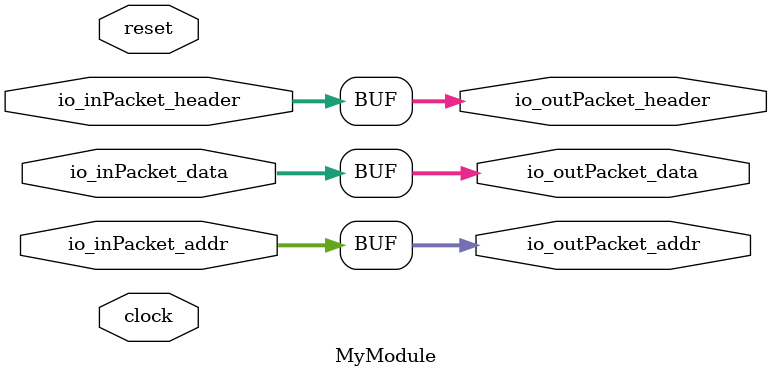
<source format=v>
module MyModule(
  input         clock,
  input         reset,
  input  [15:0] io_inPacket_data,
  input  [15:0] io_inPacket_header,
  input  [15:0] io_inPacket_addr,
  output [15:0] io_outPacket_data,
  output [15:0] io_outPacket_header,
  output [15:0] io_outPacket_addr
);
  assign io_outPacket_data = io_inPacket_data; // @[Main.scala 33:17]
  assign io_outPacket_header = io_inPacket_header; // @[Main.scala 33:17]
  assign io_outPacket_addr = io_inPacket_addr; // @[Main.scala 33:17]
endmodule

</source>
